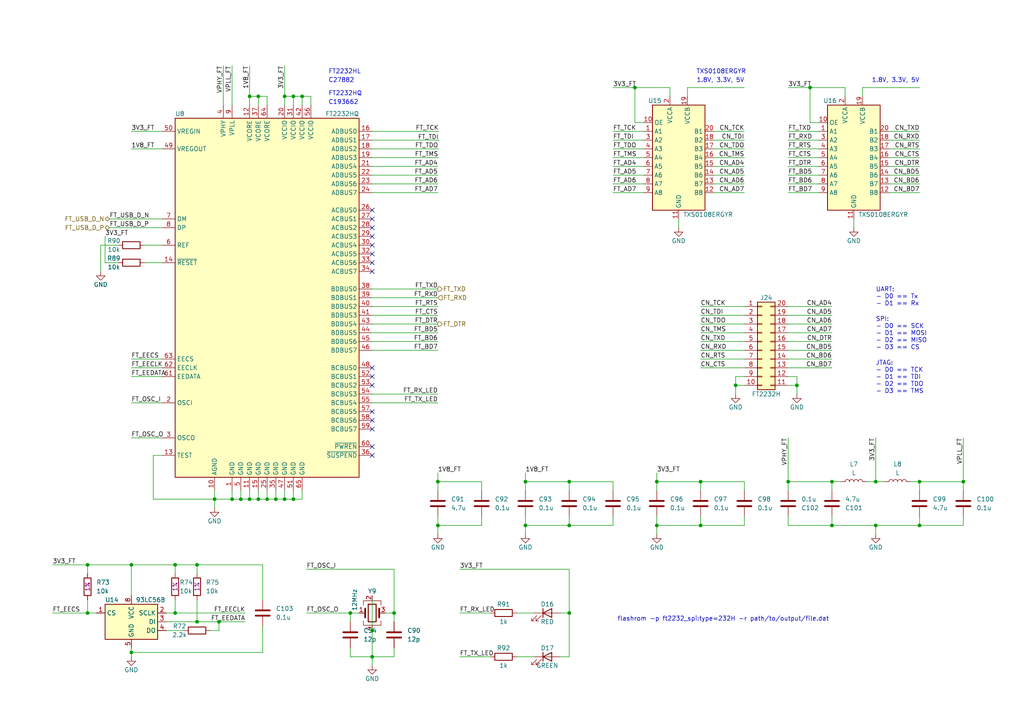
<source format=kicad_sch>
(kicad_sch (version 20230121) (generator eeschema)
  (paper "A4")
  (lib_symbols
    (symbol "Connector_Generic:Conn_02x10_Counter_Clockwise" (pin_names (offset 1.016) hide)
      (property "Reference" "J" (at 1.27 12.7 0))
      (property "Value" "Conn_02x10_Counter_Clockwise" (at 1.27 -15.24 0))
      (symbol "Conn_02x10_Counter_Clockwise_1_1"
        (rectangle (start -1.27 -12.573) (end 0 -12.827) (stroke (width 0.1524)))
        (rectangle (start -1.27 -10.033) (end 0 -10.287) (stroke (width 0.1524)))
        (rectangle (start -1.27 -7.493) (end 0 -7.747) (stroke (width 0.1524)))
        (rectangle (start -1.27 -4.953) (end 0 -5.207) (stroke (width 0.1524)))
        (rectangle (start -1.27 -2.413) (end 0 -2.667) (stroke (width 0.1524)))
        (rectangle (start -1.27 0.127) (end 0 -0.127) (stroke (width 0.1524)))
        (rectangle (start -1.27 2.667) (end 0 2.413) (stroke (width 0.1524)))
        (rectangle (start -1.27 5.207) (end 0 4.953) (stroke (width 0.1524)))
        (rectangle (start -1.27 7.747) (end 0 7.493) (stroke (width 0.1524)))
        (rectangle (start -1.27 10.287) (end 0 10.033) (stroke (width 0.1524)))
        (rectangle (start -1.27 11.43) (end 3.81 -13.97) (stroke (width 0.254)) (fill (type background)))
        (rectangle (start 3.81 -12.573) (end 2.54 -12.827) (stroke (width 0.1524)))
        (rectangle (start 3.81 -10.033) (end 2.54 -10.287) (stroke (width 0.1524)))
        (rectangle (start 3.81 -7.493) (end 2.54 -7.747) (stroke (width 0.1524)))
        (rectangle (start 3.81 -4.953) (end 2.54 -5.207) (stroke (width 0.1524)))
        (rectangle (start 3.81 -2.413) (end 2.54 -2.667) (stroke (width 0.1524)))
        (rectangle (start 3.81 0.127) (end 2.54 -0.127) (stroke (width 0.1524)))
        (rectangle (start 3.81 2.667) (end 2.54 2.413) (stroke (width 0.1524)))
        (rectangle (start 3.81 5.207) (end 2.54 4.953) (stroke (width 0.1524)))
        (rectangle (start 3.81 7.747) (end 2.54 7.493) (stroke (width 0.1524)))
        (rectangle (start 3.81 10.287) (end 2.54 10.033) (stroke (width 0.1524)))
        (pin passive line (at -5.08 10.16 0) (length 3.81) (name "Pin_1") (number "1"))
        (pin passive line (at -5.08 -12.7 0) (length 3.81) (name "Pin_10") (number "10"))
        (pin passive line (at 7.62 -12.7 180) (length 3.81) (name "Pin_11") (number "11"))
        (pin passive line (at 7.62 -10.16 180) (length 3.81) (name "Pin_12") (number "12"))
        (pin passive line (at 7.62 -7.62 180) (length 3.81) (name "Pin_13") (number "13"))
        (pin passive line (at 7.62 -5.08 180) (length 3.81) (name "Pin_14") (number "14"))
        (pin passive line (at 7.62 -2.54 180) (length 3.81) (name "Pin_15") (number "15"))
        (pin passive line (at 7.62 0 180) (length 3.81) (name "Pin_16") (number "16"))
        (pin passive line (at 7.62 2.54 180) (length 3.81) (name "Pin_17") (number "17"))
        (pin passive line (at 7.62 5.08 180) (length 3.81) (name "Pin_18") (number "18"))
        (pin passive line (at 7.62 7.62 180) (length 3.81) (name "Pin_19") (number "19"))
        (pin passive line (at -5.08 7.62 0) (length 3.81) (name "Pin_2") (number "2"))
        (pin passive line (at 7.62 10.16 180) (length 3.81) (name "Pin_20") (number "20"))
        (pin passive line (at -5.08 5.08 0) (length 3.81) (name "Pin_3") (number "3"))
        (pin passive line (at -5.08 2.54 0) (length 3.81) (name "Pin_4") (number "4"))
        (pin passive line (at -5.08 0 0) (length 3.81) (name "Pin_5") (number "5"))
        (pin passive line (at -5.08 -2.54 0) (length 3.81) (name "Pin_6") (number "6"))
        (pin passive line (at -5.08 -5.08 0) (length 3.81) (name "Pin_7") (number "7"))
        (pin passive line (at -5.08 -7.62 0) (length 3.81) (name "Pin_8") (number "8"))
        (pin passive line (at -5.08 -10.16 0) (length 3.81) (name "Pin_9") (number "9"))
      )
    )
    (symbol "Device:C" (pin_numbers hide) (pin_names (offset 0.254))
      (property "Reference" "C" (at 0.635 2.54 0))
      (property "Value" "C" (at 0.635 -2.54 0))
      (symbol "C_0_1"
        (polyline (pts (xy -2.032 -0.762) (xy 2.032 -0.762)) (stroke (width 0.508)))
        (polyline (pts (xy -2.032 0.762) (xy 2.032 0.762)) (stroke (width 0.508)))
      )
      (symbol "C_1_1"
        (pin passive line (at 0 3.81 270) (length 2.794) (name "~") (number "1"))
        (pin passive line (at 0 -3.81 90) (length 2.794) (name "~") (number "2"))
      )
    )
    (symbol "Device:Crystal_GND24" (pin_names (offset 1.016) hide)
      (property "Reference" "Y" (at 3.175 5.08 0))
      (property "Value" "Crystal_GND24" (at 3.175 3.175 0))
      (symbol "Crystal_GND24_0_1"
        (rectangle (start -1.143 2.54) (end 1.143 -2.54) (stroke (width 0.3048)))
        (polyline (pts (xy -2.54 0) (xy -2.032 0)))
        (polyline (pts (xy -2.032 -1.27) (xy -2.032 1.27)) (stroke (width 0.508)))
        (polyline (pts (xy 0 -3.81) (xy 0 -3.556)))
        (polyline (pts (xy 0 3.556) (xy 0 3.81)))
        (polyline (pts (xy 2.032 -1.27) (xy 2.032 1.27)) (stroke (width 0.508)))
        (polyline (pts (xy 2.032 0) (xy 2.54 0)))
        (polyline (pts (xy -2.54 -2.286) (xy -2.54 -3.556) (xy 2.54 -3.556) (xy 2.54 -2.286)))
        (polyline (pts (xy -2.54 2.286) (xy -2.54 3.556) (xy 2.54 3.556) (xy 2.54 2.286)))
      )
      (symbol "Crystal_GND24_1_1"
        (pin passive line (at -3.81 0 0) (length 1.27) (name "1") (number "1"))
        (pin passive line (at 0 5.08 270) (length 1.27) (name "2") (number "2"))
        (pin passive line (at 3.81 0 180) (length 1.27) (name "3") (number "3"))
        (pin passive line (at 0 -5.08 90) (length 1.27) (name "4") (number "4"))
      )
    )
    (symbol "Device:L" (pin_numbers hide) (pin_names (offset 1.016) hide)
      (property "Reference" "L" (at -1.27 0 90))
      (property "Value" "L" (at 1.905 0 90))
      (symbol "L_0_1"
        (arc (start 0 -2.54) (mid 0.6323 -1.905) (end 0 -1.27))
        (arc (start 0 -1.27) (mid 0.6323 -0.635) (end 0 0))
        (arc (start 0 0) (mid 0.6323 0.635) (end 0 1.27))
        (arc (start 0 1.27) (mid 0.6323 1.905) (end 0 2.54))
      )
      (symbol "L_1_1"
        (pin passive line (at 0 3.81 270) (length 1.27) (name "1") (number "1"))
        (pin passive line (at 0 -3.81 90) (length 1.27) (name "2") (number "2"))
      )
    )
    (symbol "Device:LED" (pin_numbers hide) (pin_names (offset 1.016) hide)
      (property "Reference" "D" (at 0 2.54 0))
      (property "Value" "LED" (at 0 -2.54 0))
      (symbol "LED_0_1"
        (polyline (pts (xy -1.27 -1.27) (xy -1.27 1.27)) (stroke (width 0.254)))
        (polyline (pts (xy -1.27 0) (xy 1.27 0)))
        (polyline (pts (xy 1.27 -1.27) (xy 1.27 1.27) (xy -1.27 0) (xy 1.27 -1.27)) (stroke (width 0.254)))
        (polyline (pts (xy -3.048 -0.762) (xy -4.572 -2.286) (xy -3.81 -2.286) (xy -4.572 -2.286) (xy -4.572 -1.524)))
        (polyline (pts (xy -1.778 -0.762) (xy -3.302 -2.286) (xy -2.54 -2.286) (xy -3.302 -2.286) (xy -3.302 -1.524)))
      )
      (symbol "LED_1_1"
        (pin passive line (at -3.81 0 0) (length 2.54) (name "K") (number "1"))
        (pin passive line (at 3.81 0 180) (length 2.54) (name "A") (number "2"))
      )
    )
    (symbol "Device:R" (pin_numbers hide) (pin_names (offset 0))
      (property "Reference" "R" (at 2.032 0 90))
      (property "Value" "R" (at 0 0 90))
      (symbol "R_0_1"
        (rectangle (start -1.016 -2.54) (end 1.016 2.54) (stroke (width 0.254)))
      )
      (symbol "R_1_1"
        (pin passive line (at 0 3.81 270) (length 1.27) (name "~") (number "1"))
        (pin passive line (at 0 -3.81 90) (length 1.27) (name "~") (number "2"))
      )
    )
    (symbol "GND_1" (power) (pin_names (offset 0))
      (property "Value" "GND_1" (at 0 -3.81 0))
      (symbol "GND_1_0_1"
        (polyline (pts (xy 0 0) (xy 0 -1.27) (xy 1.27 -1.27) (xy 0 -2.54) (xy -1.27 -1.27) (xy 0 -1.27)))
      )
      (symbol "GND_1_1_1"
        (pin power_in line (at 0 0 270) (length 0) hide (name "GND") (number "1"))
      )
    )
    (symbol "GND_2" (power) (pin_names (offset 0))
      (property "Value" "GND_2" (at 0 -3.81 0))
      (symbol "GND_2_0_1"
        (polyline (pts (xy 0 0) (xy 0 -1.27) (xy 1.27 -1.27) (xy 0 -2.54) (xy -1.27 -1.27) (xy 0 -1.27)))
      )
      (symbol "GND_2_1_1"
        (pin power_in line (at 0 0 270) (length 0) hide (name "GND") (number "1"))
      )
    )
    (symbol "Interface_USB:FT2232HQ"
      (property "Reference" "U" (at -26.67 53.34 0))
      (property "Value" "FT2232HQ" (at 19.05 53.34 0))
      (symbol "FT2232HQ_0_1"
        (rectangle (start -26.67 -52.07) (end 26.67 52.07) (stroke (width 0.254)) (fill (type background)))
      )
      (symbol "FT2232HQ_1_1"
        (pin power_in line (at -10.16 -55.88 90) (length 3.81) (name "GND") (number "1"))
        (pin power_in line (at -15.24 -55.88 90) (length 3.81) (name "AGND") (number "10"))
        (pin power_in line (at -5.08 -55.88 90) (length 3.81) (name "GND") (number "11"))
        (pin power_in line (at -5.08 55.88 270) (length 3.81) (name "VCORE") (number "12"))
        (pin input line (at -30.48 -45.72 0) (length 3.81) (name "TEST") (number "13"))
        (pin input line (at -30.48 10.16 0) (length 3.81) (name "~{RESET}") (number "14"))
        (pin power_in line (at -2.54 -55.88 90) (length 3.81) (name "GND") (number "15"))
        (pin bidirectional line (at 30.48 48.26 180) (length 3.81) (name "ADBUS0") (number "16"))
        (pin bidirectional line (at 30.48 45.72 180) (length 3.81) (name "ADBUS1") (number "17"))
        (pin bidirectional line (at 30.48 43.18 180) (length 3.81) (name "ADBUS2") (number "18"))
        (pin bidirectional line (at 30.48 40.64 180) (length 3.81) (name "ADBUS3") (number "19"))
        (pin input line (at -30.48 -30.48 0) (length 3.81) (name "OSCI") (number "2"))
        (pin power_in line (at 5.08 55.88 270) (length 3.81) (name "VCCIO") (number "20"))
        (pin bidirectional line (at 30.48 38.1 180) (length 3.81) (name "ADBUS4") (number "21"))
        (pin bidirectional line (at 30.48 35.56 180) (length 3.81) (name "ADBUS5") (number "22"))
        (pin bidirectional line (at 30.48 33.02 180) (length 3.81) (name "ADBUS6") (number "23"))
        (pin bidirectional line (at 30.48 30.48 180) (length 3.81) (name "ADBUS7") (number "24"))
        (pin power_in line (at 0 -55.88 90) (length 3.81) (name "GND") (number "25"))
        (pin bidirectional line (at 30.48 25.4 180) (length 3.81) (name "ACBUS0") (number "26"))
        (pin bidirectional line (at 30.48 22.86 180) (length 3.81) (name "ACBUS1") (number "27"))
        (pin bidirectional line (at 30.48 20.32 180) (length 3.81) (name "ACBUS2") (number "28"))
        (pin bidirectional line (at 30.48 17.78 180) (length 3.81) (name "ACBUS3") (number "29"))
        (pin output line (at -30.48 -40.64 0) (length 3.81) (name "OSCO") (number "3"))
        (pin bidirectional line (at 30.48 15.24 180) (length 3.81) (name "ACBUS4") (number "30"))
        (pin power_in line (at 7.62 55.88 270) (length 3.81) (name "VCCIO") (number "31"))
        (pin bidirectional line (at 30.48 12.7 180) (length 3.81) (name "ACBUS5") (number "32"))
        (pin bidirectional line (at 30.48 10.16 180) (length 3.81) (name "ACBUS6") (number "33"))
        (pin bidirectional line (at 30.48 7.62 180) (length 3.81) (name "ACBUS7") (number "34"))
        (pin power_in line (at 2.54 -55.88 90) (length 3.81) (name "GND") (number "35"))
        (pin output line (at 30.48 -45.72 180) (length 3.81) (name "~{SUSPEND}") (number "36"))
        (pin power_in line (at -2.54 55.88 270) (length 3.81) (name "VCORE") (number "37"))
        (pin bidirectional line (at 30.48 2.54 180) (length 3.81) (name "BDBUS0") (number "38"))
        (pin bidirectional line (at 30.48 0 180) (length 3.81) (name "BDBUS1") (number "39"))
        (pin power_in line (at -12.7 55.88 270) (length 3.81) (name "VPHY") (number "4"))
        (pin bidirectional line (at 30.48 -2.54 180) (length 3.81) (name "BDBUS2") (number "40"))
        (pin bidirectional line (at 30.48 -5.08 180) (length 3.81) (name "BDBUS3") (number "41"))
        (pin power_in line (at 10.16 55.88 270) (length 3.81) (name "VCCIO") (number "42"))
        (pin bidirectional line (at 30.48 -7.62 180) (length 3.81) (name "BDBUS4") (number "43"))
        (pin bidirectional line (at 30.48 -10.16 180) (length 3.81) (name "BDBUS5") (number "44"))
        (pin bidirectional line (at 30.48 -12.7 180) (length 3.81) (name "BDBUS6") (number "45"))
        (pin bidirectional line (at 30.48 -15.24 180) (length 3.81) (name "BDBUS7") (number "46"))
        (pin power_in line (at 5.08 -55.88 90) (length 3.81) (name "GND") (number "47"))
        (pin bidirectional line (at 30.48 -20.32 180) (length 3.81) (name "BCBUS0") (number "48"))
        (pin power_out line (at -30.48 43.18 0) (length 3.81) (name "VREGOUT") (number "49"))
        (pin power_in line (at -7.62 -55.88 90) (length 3.81) (name "GND") (number "5"))
        (pin power_in line (at -30.48 48.26 0) (length 3.81) (name "VREGIN") (number "50"))
        (pin power_in line (at 7.62 -55.88 90) (length 3.81) (name "GND") (number "51"))
        (pin bidirectional line (at 30.48 -22.86 180) (length 3.81) (name "BCBUS1") (number "52"))
        (pin bidirectional line (at 30.48 -25.4 180) (length 3.81) (name "BCBUS2") (number "53"))
        (pin bidirectional line (at 30.48 -27.94 180) (length 3.81) (name "BCBUS3") (number "54"))
        (pin bidirectional line (at 30.48 -30.48 180) (length 3.81) (name "BCBUS4") (number "55"))
        (pin power_in line (at 12.7 55.88 270) (length 3.81) (name "VCCIO") (number "56"))
        (pin bidirectional line (at 30.48 -33.02 180) (length 3.81) (name "BCBUS5") (number "57"))
        (pin bidirectional line (at 30.48 -35.56 180) (length 3.81) (name "BCBUS6") (number "58"))
        (pin bidirectional line (at 30.48 -38.1 180) (length 3.81) (name "BCBUS7") (number "59"))
        (pin output line (at -30.48 15.24 0) (length 3.81) (name "REF") (number "6"))
        (pin output line (at 30.48 -43.18 180) (length 3.81) (name "~{PWREN}") (number "60"))
        (pin bidirectional line (at -30.48 -22.86 0) (length 3.81) (name "EEDATA") (number "61"))
        (pin output line (at -30.48 -20.32 0) (length 3.81) (name "EECLK") (number "62"))
        (pin output line (at -30.48 -17.78 0) (length 3.81) (name "EECS") (number "63"))
        (pin power_in line (at 0 55.88 270) (length 3.81) (name "VCORE") (number "64"))
        (pin power_in line (at 10.16 -55.88 90) (length 3.81) (name "GND") (number "65"))
        (pin bidirectional line (at -30.48 22.86 0) (length 3.81) (name "DM") (number "7"))
        (pin bidirectional line (at -30.48 20.32 0) (length 3.81) (name "DP") (number "8"))
        (pin input line (at -10.16 55.88 270) (length 3.81) (name "VPLL") (number "9"))
      )
    )
    (symbol "Logic_LevelTranslator:TXS0108EPW"
      (property "Reference" "U" (at -6.35 16.51 0))
      (property "Value" "TXS0108EPW" (at 3.81 16.51 0))
      (symbol "TXS0108EPW_0_1"
        (rectangle (start -7.62 15.24) (end 7.62 -15.24) (stroke (width 0.254)) (fill (type background)))
      )
      (symbol "TXS0108EPW_1_1"
        (pin bidirectional line (at -10.16 7.62 0) (length 2.54) (name "A1") (number "1"))
        (pin input line (at -10.16 10.16 0) (length 2.54) (name "OE") (number "10"))
        (pin power_in line (at 0 -17.78 90) (length 2.54) (name "GND") (number "11"))
        (pin bidirectional line (at 10.16 -10.16 180) (length 2.54) (name "B8") (number "12"))
        (pin bidirectional line (at 10.16 -7.62 180) (length 2.54) (name "B7") (number "13"))
        (pin bidirectional line (at 10.16 -5.08 180) (length 2.54) (name "B6") (number "14"))
        (pin bidirectional line (at 10.16 -2.54 180) (length 2.54) (name "B5") (number "15"))
        (pin bidirectional line (at 10.16 0 180) (length 2.54) (name "B4") (number "16"))
        (pin bidirectional line (at 10.16 2.54 180) (length 2.54) (name "B3") (number "17"))
        (pin bidirectional line (at 10.16 5.08 180) (length 2.54) (name "B2") (number "18"))
        (pin power_in line (at 2.54 17.78 270) (length 2.54) (name "VCCB") (number "19"))
        (pin power_in line (at -2.54 17.78 270) (length 2.54) (name "VCCA") (number "2"))
        (pin bidirectional line (at 10.16 7.62 180) (length 2.54) (name "B1") (number "20"))
        (pin bidirectional line (at -10.16 5.08 0) (length 2.54) (name "A2") (number "3"))
        (pin bidirectional line (at -10.16 2.54 0) (length 2.54) (name "A3") (number "4"))
        (pin bidirectional line (at -10.16 0 0) (length 2.54) (name "A4") (number "5"))
        (pin bidirectional line (at -10.16 -2.54 0) (length 2.54) (name "A5") (number "6"))
        (pin bidirectional line (at -10.16 -5.08 0) (length 2.54) (name "A6") (number "7"))
        (pin bidirectional line (at -10.16 -7.62 0) (length 2.54) (name "A7") (number "8"))
        (pin bidirectional line (at -10.16 -10.16 0) (length 2.54) (name "A8") (number "9"))
      )
    )
    (symbol "Memory_EEPROM:93LCxxB"
      (property "Reference" "U" (at -7.62 6.35 0))
      (property "Value" "93LCxxB" (at 2.54 -6.35 0))
      (symbol "93LCxxB_1_1"
        (rectangle (start -7.62 5.08) (end 7.62 -5.08) (stroke (width 0.254)) (fill (type background)))
        (pin input line (at -10.16 2.54 0) (length 2.54) (name "CS") (number "1"))
        (pin input line (at 10.16 2.54 180) (length 2.54) (name "SCLK") (number "2"))
        (pin input line (at 10.16 0 180) (length 2.54) (name "DI") (number "3"))
        (pin tri_state line (at 10.16 -2.54 180) (length 2.54) (name "DO") (number "4"))
        (pin power_in line (at 0 -7.62 90) (length 2.54) (name "GND") (number "5"))
        (pin no_connect line (at -7.62 0 0) (length 2.54) hide (name "NC") (number "6"))
        (pin no_connect line (at -7.62 -2.54 0) (length 2.54) hide (name "NC") (number "7"))
        (pin power_in line (at 0 7.62 270) (length 2.54) (name "VCC") (number "8"))
      )
    )
  )
  (junction (at 57.15 163.83))
  (junction (at 107.95 190.5))
  (junction (at 87.63 27.94))
  (junction (at 85.09 27.94))
  (junction (at 114.3 177.8))
  (junction (at 165.1 152.4))
  (junction (at 190.5 139.7))
  (junction (at 72.39 27.94))
  (junction (at 231.14 111.76))
  (junction (at 127 152.4))
  (junction (at 254 139.7))
  (junction (at 101.6 177.8))
  (junction (at 107.95 182.88))
  (junction (at 254 152.4))
  (junction (at 62.23 144.78))
  (junction (at 74.93 144.78))
  (junction (at 127 139.7))
  (junction (at 82.55 27.94))
  (junction (at 184.15 25.4))
  (junction (at 203.2 152.4))
  (junction (at 234.95 25.4))
  (junction (at 25.4 177.8))
  (junction (at 228.6 139.7))
  (junction (at 38.1 189.23))
  (junction (at 152.4 152.4))
  (junction (at 80.01 144.78))
  (junction (at 25.4 163.83))
  (junction (at 72.39 144.78))
  (junction (at 213.36 111.76))
  (junction (at 165.1 177.8))
  (junction (at 279.4 139.7))
  (junction (at 266.7 139.7))
  (junction (at 152.4 139.7))
  (junction (at 69.85 144.78))
  (junction (at 67.31 144.78))
  (junction (at 38.1 163.83))
  (junction (at 77.47 144.78))
  (junction (at 266.7 152.4))
  (junction (at 190.5 152.4))
  (junction (at 241.3 152.4))
  (junction (at 165.1 139.7))
  (junction (at 50.8 177.8))
  (junction (at 85.09 144.78))
  (junction (at 74.93 27.94))
  (junction (at 82.55 144.78))
  (junction (at 57.15 180.34))
  (junction (at 63.5 180.34))
  (junction (at 203.2 139.7))
  (junction (at 241.3 139.7))
  (junction (at 50.8 163.83))
  (no_connect (at 107.95 71.12))
  (no_connect (at 107.95 60.96))
  (no_connect (at 107.95 132.08))
  (no_connect (at 107.95 76.2))
  (no_connect (at 107.95 63.5))
  (no_connect (at 107.95 78.74))
  (no_connect (at 107.95 109.22))
  (no_connect (at 107.95 106.68))
  (no_connect (at 107.95 111.76))
  (no_connect (at 107.95 124.46))
  (no_connect (at 107.95 119.38))
  (no_connect (at 107.95 121.92))
  (no_connect (at 107.95 68.58))
  (no_connect (at 107.95 73.66))
  (no_connect (at 107.95 66.04))
  (no_connect (at 107.95 129.54))
  (wire (pts (xy 203.2 106.68) (xy 215.9 106.68)))
  (wire (pts (xy 177.8 55.88) (xy 186.69 55.88)))
  (wire (pts (xy 237.49 40.64) (xy 228.6 40.64)))
  (wire (pts (xy 87.63 27.94) (xy 90.17 27.94)))
  (wire (pts (xy 177.8 48.26) (xy 186.69 48.26)))
  (wire (pts (xy 85.09 144.78) (xy 82.55 144.78)))
  (wire (pts (xy 87.63 27.94) (xy 87.63 30.48)))
  (wire (pts (xy 234.95 25.4) (xy 245.11 25.4)))
  (wire (pts (xy 228.6 104.14) (xy 241.3 104.14)))
  (wire (pts (xy 38.1 38.1) (xy 46.99 38.1)))
  (wire (pts (xy 77.47 142.24) (xy 77.47 144.78)))
  (wire (pts (xy 257.81 53.34) (xy 266.7 53.34)))
  (wire (pts (xy 213.36 109.22) (xy 213.36 111.76)))
  (wire (pts (xy 152.4 139.7) (xy 152.4 142.24)))
  (wire (pts (xy 177.8 43.18) (xy 186.69 43.18)))
  (wire (pts (xy 107.95 50.8) (xy 127 50.8)))
  (wire (pts (xy 88.9 165.1) (xy 114.3 165.1)))
  (wire (pts (xy 257.81 38.1) (xy 266.7 38.1)))
  (wire (pts (xy 207.01 53.34) (xy 215.9 53.34)))
  (wire (pts (xy 38.1 187.96) (xy 38.1 189.23)))
  (wire (pts (xy 254 127) (xy 254 139.7)))
  (wire (pts (xy 279.4 127) (xy 279.4 139.7)))
  (wire (pts (xy 107.95 48.26) (xy 127 48.26)))
  (wire (pts (xy 133.35 190.5) (xy 142.24 190.5)))
  (wire (pts (xy 107.95 86.36) (xy 127 86.36)))
  (wire (pts (xy 41.91 76.2) (xy 46.99 76.2)))
  (wire (pts (xy 257.81 50.8) (xy 266.7 50.8)))
  (wire (pts (xy 127.254 40.64) (xy 127.254 40.767)))
  (wire (pts (xy 237.49 38.1) (xy 228.6 38.1)))
  (wire (pts (xy 203.2 139.7) (xy 203.2 142.24)))
  (wire (pts (xy 101.6 177.8) (xy 104.14 177.8)))
  (wire (pts (xy 62.23 144.78) (xy 62.23 147.32)))
  (wire (pts (xy 82.55 144.78) (xy 80.01 144.78)))
  (wire (pts (xy 251.46 139.7) (xy 254 139.7)))
  (wire (pts (xy 63.5 180.34) (xy 71.12 180.34)))
  (wire (pts (xy 74.93 142.24) (xy 74.93 144.78)))
  (wire (pts (xy 101.6 190.5) (xy 107.95 190.5)))
  (wire (pts (xy 165.1 139.7) (xy 165.1 142.24)))
  (wire (pts (xy 107.95 55.88) (xy 127 55.88)))
  (wire (pts (xy 228.6 93.98) (xy 241.3 93.98)))
  (wire (pts (xy 257.81 45.72) (xy 266.7 45.72)))
  (wire (pts (xy 76.2 163.83) (xy 57.15 163.83)))
  (wire (pts (xy 85.09 27.94) (xy 85.09 30.48)))
  (wire (pts (xy 215.9 142.24) (xy 215.9 139.7)))
  (wire (pts (xy 76.2 163.83) (xy 76.2 173.99)))
  (wire (pts (xy 60.96 182.88) (xy 63.5 182.88)))
  (wire (pts (xy 127 142.24) (xy 127 139.7)))
  (wire (pts (xy 152.4 152.4) (xy 152.4 154.94)))
  (wire (pts (xy 57.15 173.99) (xy 57.15 180.34)))
  (wire (pts (xy 152.4 139.7) (xy 165.1 139.7)))
  (wire (pts (xy 152.4 152.4) (xy 152.4 149.86)))
  (wire (pts (xy 266.7 139.7) (xy 264.16 139.7)))
  (wire (pts (xy 228.6 106.68) (xy 241.3 106.68)))
  (wire (pts (xy 133.35 165.1) (xy 165.1 165.1)))
  (wire (pts (xy 241.3 152.4) (xy 254 152.4)))
  (wire (pts (xy 25.4 177.8) (xy 27.94 177.8)))
  (wire (pts (xy 254 152.4) (xy 266.7 152.4)))
  (wire (pts (xy 177.8 50.8) (xy 186.69 50.8)))
  (wire (pts (xy 213.36 109.22) (xy 215.9 109.22)))
  (wire (pts (xy 177.8 38.1) (xy 186.69 38.1)))
  (wire (pts (xy 237.49 50.8) (xy 228.6 50.8)))
  (wire (pts (xy 85.09 27.94) (xy 87.63 27.94)))
  (wire (pts (xy 107.95 96.52) (xy 127 96.52)))
  (wire (pts (xy 107.95 40.64) (xy 127.254 40.64)))
  (wire (pts (xy 203.2 96.52) (xy 215.9 96.52)))
  (wire (pts (xy 69.85 142.24) (xy 69.85 144.78)))
  (wire (pts (xy 177.8 149.86) (xy 177.8 152.4)))
  (wire (pts (xy 31.75 63.5) (xy 46.99 63.5)))
  (wire (pts (xy 177.8 152.4) (xy 165.1 152.4)))
  (wire (pts (xy 207.01 45.72) (xy 215.9 45.72)))
  (wire (pts (xy 250.19 25.4) (xy 266.7 25.4)))
  (wire (pts (xy 228.6 127) (xy 228.6 139.7)))
  (wire (pts (xy 107.95 190.5) (xy 107.95 193.04)))
  (wire (pts (xy 237.49 45.72) (xy 228.6 45.72)))
  (wire (pts (xy 165.1 177.8) (xy 165.1 165.1)))
  (wire (pts (xy 257.81 43.18) (xy 266.7 43.18)))
  (wire (pts (xy 234.95 35.56) (xy 237.49 35.56)))
  (wire (pts (xy 207.01 55.88) (xy 215.9 55.88)))
  (wire (pts (xy 50.8 177.8) (xy 50.8 173.99)))
  (wire (pts (xy 279.4 139.7) (xy 266.7 139.7)))
  (wire (pts (xy 247.65 63.5) (xy 247.65 66.04)))
  (wire (pts (xy 203.2 93.98) (xy 215.9 93.98)))
  (wire (pts (xy 48.26 180.34) (xy 57.15 180.34)))
  (wire (pts (xy 203.2 104.14) (xy 215.9 104.14)))
  (wire (pts (xy 38.1 43.18) (xy 46.99 43.18)))
  (wire (pts (xy 228.6 25.4) (xy 234.95 25.4)))
  (wire (pts (xy 44.45 144.78) (xy 62.23 144.78)))
  (wire (pts (xy 87.63 142.24) (xy 87.63 144.78)))
  (wire (pts (xy 74.93 27.94) (xy 72.39 27.94)))
  (wire (pts (xy 228.6 152.4) (xy 241.3 152.4)))
  (wire (pts (xy 101.6 187.96) (xy 101.6 190.5)))
  (wire (pts (xy 241.3 149.86) (xy 241.3 152.4)))
  (wire (pts (xy 237.49 53.34) (xy 228.6 53.34)))
  (wire (pts (xy 228.6 101.6) (xy 241.3 101.6)))
  (wire (pts (xy 237.49 48.26) (xy 228.6 48.26)))
  (wire (pts (xy 107.95 114.3) (xy 127 114.3)))
  (wire (pts (xy 72.39 19.05) (xy 72.39 27.94)))
  (wire (pts (xy 190.5 137.16) (xy 190.5 139.7)))
  (wire (pts (xy 107.95 182.88) (xy 107.95 190.5)))
  (wire (pts (xy 149.86 177.8) (xy 154.94 177.8)))
  (wire (pts (xy 177.8 40.64) (xy 186.69 40.64)))
  (wire (pts (xy 165.1 149.86) (xy 165.1 152.4)))
  (wire (pts (xy 107.95 88.9) (xy 127 88.9)))
  (wire (pts (xy 228.6 142.24) (xy 228.6 139.7)))
  (wire (pts (xy 72.39 142.24) (xy 72.39 144.78)))
  (wire (pts (xy 62.23 142.24) (xy 62.23 144.78)))
  (wire (pts (xy 25.4 163.83) (xy 38.1 163.83)))
  (wire (pts (xy 162.56 190.5) (xy 165.1 190.5)))
  (wire (pts (xy 184.15 35.56) (xy 186.69 35.56)))
  (wire (pts (xy 196.85 63.5) (xy 196.85 66.04)))
  (wire (pts (xy 234.95 25.4) (xy 234.95 35.56)))
  (wire (pts (xy 133.35 177.8) (xy 142.24 177.8)))
  (wire (pts (xy 165.1 177.8) (xy 165.1 190.5)))
  (wire (pts (xy 114.3 177.8) (xy 114.3 180.34)))
  (wire (pts (xy 107.95 99.06) (xy 127 99.06)))
  (wire (pts (xy 74.93 30.48) (xy 74.93 27.94)))
  (wire (pts (xy 114.3 187.96) (xy 114.3 190.5)))
  (wire (pts (xy 139.7 139.7) (xy 139.7 142.24)))
  (wire (pts (xy 254 139.7) (xy 256.54 139.7)))
  (wire (pts (xy 213.36 111.76) (xy 215.9 111.76)))
  (wire (pts (xy 257.81 55.88) (xy 266.7 55.88)))
  (wire (pts (xy 111.76 177.8) (xy 114.3 177.8)))
  (wire (pts (xy 207.01 38.1) (xy 215.9 38.1)))
  (wire (pts (xy 25.4 173.99) (xy 25.4 177.8)))
  (wire (pts (xy 107.95 45.72) (xy 127.127 45.72)))
  (wire (pts (xy 190.5 139.7) (xy 190.5 142.24)))
  (wire (pts (xy 29.21 71.12) (xy 29.21 78.74)))
  (wire (pts (xy 279.4 142.24) (xy 279.4 139.7)))
  (wire (pts (xy 76.2 189.23) (xy 38.1 189.23)))
  (wire (pts (xy 231.14 111.76) (xy 231.14 114.3)))
  (wire (pts (xy 190.5 152.4) (xy 190.5 154.94)))
  (wire (pts (xy 254 152.4) (xy 254 154.94)))
  (wire (pts (xy 107.95 43.18) (xy 127.127 43.18)))
  (wire (pts (xy 107.95 53.34) (xy 127 53.34)))
  (wire (pts (xy 50.8 163.83) (xy 57.15 163.83)))
  (wire (pts (xy 107.95 91.44) (xy 127 91.44)))
  (wire (pts (xy 107.95 116.84) (xy 127 116.84)))
  (wire (pts (xy 149.86 190.5) (xy 154.94 190.5)))
  (wire (pts (xy 228.6 111.76) (xy 231.14 111.76)))
  (wire (pts (xy 231.14 109.22) (xy 231.14 111.76)))
  (wire (pts (xy 266.7 152.4) (xy 279.4 152.4)))
  (wire (pts (xy 74.93 27.94) (xy 77.47 27.94)))
  (wire (pts (xy 107.95 101.6) (xy 127 101.6)))
  (wire (pts (xy 215.9 149.86) (xy 215.9 152.4)))
  (wire (pts (xy 152.4 137.16) (xy 152.4 139.7)))
  (wire (pts (xy 31.75 66.04) (xy 46.99 66.04)))
  (wire (pts (xy 69.85 144.78) (xy 67.31 144.78)))
  (wire (pts (xy 107.95 38.1) (xy 127.254 38.1)))
  (wire (pts (xy 82.55 19.05) (xy 82.55 27.94)))
  (wire (pts (xy 165.1 152.4) (xy 152.4 152.4)))
  (wire (pts (xy 77.47 144.78) (xy 74.93 144.78)))
  (wire (pts (xy 228.6 96.52) (xy 241.3 96.52)))
  (wire (pts (xy 184.15 25.4) (xy 184.15 35.56)))
  (wire (pts (xy 107.95 83.82) (xy 127 83.82)))
  (wire (pts (xy 38.1 104.14) (xy 46.99 104.14)))
  (wire (pts (xy 215.9 152.4) (xy 203.2 152.4)))
  (wire (pts (xy 194.31 27.94) (xy 194.31 25.4)))
  (wire (pts (xy 237.49 43.18) (xy 228.6 43.18)))
  (wire (pts (xy 44.45 132.08) (xy 44.45 144.78)))
  (wire (pts (xy 213.36 111.76) (xy 213.36 114.3)))
  (wire (pts (xy 15.24 163.83) (xy 25.4 163.83)))
  (wire (pts (xy 114.3 177.8) (xy 114.3 165.1)))
  (wire (pts (xy 266.7 142.24) (xy 266.7 139.7)))
  (wire (pts (xy 85.09 142.24) (xy 85.09 144.78)))
  (wire (pts (xy 177.8 139.7) (xy 165.1 139.7)))
  (wire (pts (xy 162.56 177.8) (xy 165.1 177.8)))
  (wire (pts (xy 34.29 71.12) (xy 29.21 71.12)))
  (wire (pts (xy 72.39 27.94) (xy 72.39 30.48)))
  (wire (pts (xy 67.31 142.24) (xy 67.31 144.78)))
  (wire (pts (xy 82.55 30.48) (xy 82.55 27.94)))
  (wire (pts (xy 15.24 177.8) (xy 25.4 177.8)))
  (wire (pts (xy 72.39 144.78) (xy 69.85 144.78)))
  (wire (pts (xy 48.26 182.88) (xy 53.34 182.88)))
  (wire (pts (xy 38.1 163.83) (xy 50.8 163.83)))
  (wire (pts (xy 46.99 132.08) (xy 44.45 132.08)))
  (wire (pts (xy 82.55 142.24) (xy 82.55 144.78)))
  (wire (pts (xy 127 137.16) (xy 127 139.7)))
  (wire (pts (xy 80.01 144.78) (xy 77.47 144.78)))
  (wire (pts (xy 203.2 91.44) (xy 215.9 91.44)))
  (wire (pts (xy 228.6 149.86) (xy 228.6 152.4)))
  (wire (pts (xy 228.6 139.7) (xy 241.3 139.7)))
  (wire (pts (xy 207.01 50.8) (xy 215.9 50.8)))
  (wire (pts (xy 38.1 163.83) (xy 38.1 172.72)))
  (wire (pts (xy 41.91 71.12) (xy 46.99 71.12)))
  (wire (pts (xy 203.2 88.9) (xy 215.9 88.9)))
  (wire (pts (xy 257.81 40.64) (xy 266.7 40.64)))
  (wire (pts (xy 76.2 181.61) (xy 76.2 189.23)))
  (wire (pts (xy 215.9 139.7) (xy 203.2 139.7)))
  (wire (pts (xy 203.2 152.4) (xy 190.5 152.4)))
  (wire (pts (xy 67.31 144.78) (xy 62.23 144.78)))
  (wire (pts (xy 237.49 55.88) (xy 228.6 55.88)))
  (wire (pts (xy 38.1 189.23) (xy 38.1 190.5)))
  (wire (pts (xy 50.8 177.8) (xy 71.12 177.8)))
  (wire (pts (xy 257.81 48.26) (xy 266.7 48.26)))
  (wire (pts (xy 199.39 25.4) (xy 215.9 25.4)))
  (wire (pts (xy 64.77 19.05) (xy 64.77 30.48)))
  (wire (pts (xy 57.15 163.83) (xy 57.15 166.37)))
  (wire (pts (xy 177.8 45.72) (xy 186.69 45.72)))
  (wire (pts (xy 203.2 99.06) (xy 215.9 99.06)))
  (wire (pts (xy 266.7 149.86) (xy 266.7 152.4)))
  (wire (pts (xy 177.8 142.24) (xy 177.8 139.7)))
  (wire (pts (xy 107.95 172.72) (xy 107.95 182.88)))
  (wire (pts (xy 177.8 53.34) (xy 186.69 53.34)))
  (wire (pts (xy 127 139.7) (xy 139.7 139.7)))
  (wire (pts (xy 90.17 27.94) (xy 90.17 30.48)))
  (wire (pts (xy 241.3 142.24) (xy 241.3 139.7)))
  (wire (pts (xy 80.01 142.24) (xy 80.01 144.78)))
  (wire (pts (xy 101.6 177.8) (xy 101.6 180.34)))
  (wire (pts (xy 127 152.4) (xy 127 154.94)))
  (wire (pts (xy 245.11 27.94) (xy 245.11 25.4)))
  (wire (pts (xy 38.1 109.22) (xy 46.99 109.22)))
  (wire (pts (xy 88.9 177.8) (xy 101.6 177.8)))
  (wire (pts (xy 107.95 93.98) (xy 127 93.98)))
  (wire (pts (xy 190.5 139.7) (xy 203.2 139.7)))
  (wire (pts (xy 177.8 25.4) (xy 184.15 25.4)))
  (wire (pts (xy 82.55 27.94) (xy 85.09 27.94)))
  (wire (pts (xy 228.6 88.9) (xy 241.3 88.9)))
  (wire (pts (xy 30.48 68.58) (xy 30.48 76.2)))
  (wire (pts (xy 127 152.4) (xy 127 149.86)))
  (wire (pts (xy 203.2 101.6) (xy 215.9 101.6)))
  (wire (pts (xy 199.39 27.94) (xy 199.39 25.4)))
  (wire (pts (xy 38.1 116.84) (xy 46.99 116.84)))
  (wire (pts (xy 139.7 152.4) (xy 127 152.4)))
  (wire (pts (xy 50.8 163.83) (xy 50.8 166.37)))
  (wire (pts (xy 207.01 40.64) (xy 215.9 40.64)))
  (wire (pts (xy 38.1 127) (xy 46.99 127)))
  (wire (pts (xy 114.3 190.5) (xy 107.95 190.5)))
  (wire (pts (xy 63.5 182.88) (xy 63.5 180.34)))
  (wire (pts (xy 139.7 149.86) (xy 139.7 152.4)))
  (wire (pts (xy 34.29 76.2) (xy 30.48 76.2)))
  (wire (pts (xy 228.6 91.44) (xy 241.3 91.44)))
  (wire (pts (xy 190.5 152.4) (xy 190.5 149.86)))
  (wire (pts (xy 57.15 180.34) (xy 63.5 180.34)))
  (wire (pts (xy 74.93 144.78) (xy 72.39 144.78)))
  (wire (pts (xy 279.4 152.4) (xy 279.4 149.86)))
  (wire (pts (xy 241.3 139.7) (xy 243.84 139.7)))
  (wire (pts (xy 207.01 43.18) (xy 215.9 43.18)))
  (wire (pts (xy 77.47 30.48) (xy 77.47 27.94)))
  (wire (pts (xy 228.6 99.06) (xy 241.3 99.06)))
  (wire (pts (xy 48.26 177.8) (xy 50.8 177.8)))
  (wire (pts (xy 25.4 166.37) (xy 25.4 163.83)))
  (wire (pts (xy 87.63 144.78) (xy 85.09 144.78)))
  (wire (pts (xy 207.01 48.26) (xy 215.9 48.26)))
  (wire (pts (xy 203.2 149.86) (xy 203.2 152.4)))
  (wire (pts (xy 38.1 106.68) (xy 46.99 106.68)))
  (wire (pts (xy 67.31 19.05) (xy 67.31 30.48)))
  (wire (pts (xy 250.19 27.94) (xy 250.19 25.4)))
  (wire (pts (xy 184.15 25.4) (xy 194.31 25.4)))
  (wire (pts (xy 228.6 109.22) (xy 231.14 109.22)))
  (text "FT2232HQ" (at 95.25 27.94 0) (effects (font (size 1.27 1.27)) (justify left bottom)))
  (text "FT2232HL" (at 95.25 21.59 0) (effects (font (size 1.27 1.27)) (justify left bottom)))
  (text "JTAG:\n- D0 == TCK\n- D1 == TDI\n- D2 == TDO\n- D3 == TMS" (at 254 114.3 0) (effects (font (size 1.27 1.27)) (justify left bottom)))
  (text "1.8V, 3.3V, 5V" (at 266.7 24.13 0) (effects (font (size 1.27 1.27)) (justify right bottom)))
  (text "1.8V, 3.3V, 5V" (at 215.9 24.13 0) (effects (font (size 1.27 1.27)) (justify right bottom)))
  (text "flashrom -p ft2232_spi:type=232H -r path/to/output/file.dat" (at 179.07 180.34 0) (effects (font (size 1.27 1.27)) (justify left bottom)))
  (text "UART:\n- D0 == Tx\n- D1 == Rx" (at 254 88.9 0) (effects (font (size 1.27 1.27)) (justify left bottom)))
  (text "TXS0108ERGYR" (at 201.93 21.59 0) (effects (font (size 1.27 1.27)) (justify left bottom)))
  (text "C27882" (at 95.25 24.13 0) (effects (font (size 1.27 1.27)) (justify left bottom)))
  (text "C193662" (at 95.25 30.48 0) (effects (font (size 1.27 1.27)) (justify left bottom)))
  (text "SPI:\n- D0 == SCK\n- D1 == MOSI\n- D2 == MISO\n- D3 == CS" (at 254 101.6 0) (effects (font (size 1.27 1.27)) (justify left bottom)))
  (label "CN_TCK" (at 215.9 38.1 180))
  (label "FT_AD4" (at 177.8 48.26 0))
  (label "3V3_FT" (at 254 127 270))
  (label "FT_EECLK" (at 71.12 177.8 180))
  (label "FT_USB_D_N" (at 31.75 63.5 0))
  (label "CN_AD5" (at 241.3 91.44 180))
  (label "FT_AD7" (at 177.8 55.88 0))
  (label "FT_BD5" (at 228.6 50.8 0))
  (label "FT_TXD" (at 228.6 38.1 0))
  (label "CN_AD7" (at 241.3 96.52 180))
  (label "3V3_FT" (at 82.55 19.05 270))
  (label "CN_RXD" (at 203.2 101.6 0))
  (label "CN_AD4" (at 241.3 88.9 180))
  (label "CN_TXD" (at 266.7 38.1 180))
  (label "FT_TDI" (at 127.254 40.767 180))
  (label "FT_TDI" (at 177.8 40.64 0))
  (label "CN_DTR" (at 266.7 48.26 180))
  (label "FT_RX_LED" (at 133.35 177.8 0))
  (label "FT_TMS" (at 127.127 45.72 180))
  (label "FT_TX_LED" (at 133.35 190.5 0))
  (label "CN_BD6" (at 241.3 104.14 180))
  (label "FT_RXD" (at 228.6 40.64 0))
  (label "3V3_FT" (at 177.8 25.4 0))
  (label "FT_AD6" (at 177.8 53.34 0))
  (label "FT_TCK" (at 177.8 38.1 0))
  (label "1V8_FT" (at 127 137.16 0))
  (label "VPLL_FT" (at 279.4 127 270))
  (label "FT_CTS" (at 228.6 45.72 0))
  (label "CN_TDI" (at 203.2 91.44 0))
  (label "CN_TDI" (at 215.9 40.64 180))
  (label "3V3_FT" (at 38.1 38.1 0))
  (label "FT_DTR" (at 228.6 48.26 0))
  (label "CN_TXD" (at 203.2 99.06 0))
  (label "CN_BD5" (at 241.3 101.6 180))
  (label "FT_RTS" (at 127 88.9 180))
  (label "CN_RTS" (at 266.7 43.18 180))
  (label "FT_OSC_I" (at 38.1 116.84 0))
  (label "FT_TXD" (at 127 83.82 180))
  (label "FT_AD4" (at 127 48.26 180))
  (label "FT_AD5" (at 127 50.8 180))
  (label "CN_TCK" (at 203.2 88.9 0))
  (label "FT_DTR" (at 127 93.98 180))
  (label "FT_OSC_O" (at 88.9 177.8 0))
  (label "3V3_FT" (at 190.5 137.16 0))
  (label "CN_AD6" (at 241.3 93.98 180))
  (label "FT_BD5" (at 127 96.52 180))
  (label "CN_DTR" (at 241.3 99.06 180))
  (label "FT_EECLK" (at 38.1 106.68 0))
  (label "3V3_FT" (at 30.48 68.58 0))
  (label "FT_AD6" (at 127 53.34 180))
  (label "CN_AD4" (at 215.9 48.26 180))
  (label "CN_TDO" (at 215.9 43.18 180))
  (label "FT_OSC_O" (at 38.1 127 0))
  (label "CN_CTS" (at 203.2 106.68 0))
  (label "CN_CTS" (at 266.7 45.72 180))
  (label "VPHY_FT" (at 64.77 19.05 270))
  (label "FT_TCK" (at 127.254 38.1 180))
  (label "FT_TMS" (at 177.8 45.72 0))
  (label "1V8_FT" (at 72.39 19.05 270))
  (label "CN_RTS" (at 203.2 104.14 0))
  (label "FT_EEDATA" (at 38.1 109.22 0))
  (label "FT_EECS" (at 15.24 177.8 0))
  (label "FT_TDO" (at 177.8 43.18 0))
  (label "CN_BD5" (at 266.7 50.8 180))
  (label "FT_OSC_I" (at 88.9 165.1 0))
  (label "CN_BD7" (at 266.7 55.88 180))
  (label "1V8_FT" (at 38.1 43.18 0))
  (label "CN_TDO" (at 203.2 93.98 0))
  (label "3V3_FT" (at 228.6 25.4 0))
  (label "FT_BD7" (at 127 101.6 180))
  (label "CN_BD6" (at 266.7 53.34 180))
  (label "VPLL_FT" (at 67.31 19.05 270))
  (label "FT_BD6" (at 127 99.06 180))
  (label "FT_RX_LED" (at 127 114.3 180))
  (label "CN_BD7" (at 241.3 106.68 180))
  (label "FT_CTS" (at 127 91.44 180))
  (label "1V8_FT" (at 152.4 137.16 0))
  (label "CN_TMS" (at 203.2 96.52 0))
  (label "CN_AD5" (at 215.9 50.8 180))
  (label "CN_AD7" (at 215.9 55.88 180))
  (label "FT_BD7" (at 228.6 55.88 0))
  (label "3V3_FT" (at 15.24 163.83 0))
  (label "3V3_FT" (at 133.35 165.1 0))
  (label "FT_AD5" (at 177.8 50.8 0))
  (label "FT_RXD" (at 127 86.36 180))
  (label "FT_EEDATA" (at 71.12 180.34 180))
  (label "FT_TX_LED" (at 127 116.84 180))
  (label "VPHY_FT" (at 228.6 127 270))
  (label "FT_AD7" (at 127 55.88 180))
  (label "CN_RXD" (at 266.7 40.64 180))
  (label "CN_AD6" (at 215.9 53.34 180))
  (label "FT_BD6" (at 228.6 53.34 0))
  (label "FT_TDO" (at 127.127 43.18 180))
  (label "FT_EECS" (at 38.1 104.14 0))
  (label "FT_USB_D_P" (at 31.75 66.04 0))
  (label "CN_TMS" (at 215.9 45.72 180))
  (label "FT_RTS" (at 228.6 43.18 0))
  (hierarchical_label "FT_USB_D_P" (shape bidirectional) (at 31.75 66.04 180))
  (hierarchical_label "FT_RXD" (shape input) (at 127 86.36 0))
  (hierarchical_label "FT_USB_D_N" (shape bidirectional) (at 31.75 63.5 180))
  (hierarchical_label "FT_TXD" (shape output) (at 127 83.82 0))
  (hierarchical_label "FT_DTR" (shape output) (at 127 93.98 0))
  (symbol (lib_id "Device:C") (at 76.2 177.8 0) (unit 1)
    (property "Reference" "C103" (at 80.01 176.53 0) (effects (justify left)))
    (property "Value" "0.1u" (at 80.01 179.07 0) (effects (justify left)))
  )
  (symbol (lib_id "Logic_LevelTranslator:TXS0108EPW") (at 247.65 45.72 0) (unit 1)
    (property "Reference" "U16" (at 238.76 29.21 0) (effects (justify left)))
    (property "Value" "TXS0108ERGYR" (at 248.92 62.23 0) (effects (justify left)))
    (property "Footprint" "Package_SO:TSSOP-20_4.4x6.5mm_P0.65mm" (effects hide))
    (property "Datasheet" "www.ti.com/lit/ds/symlink/txs0108e.pdf" (effects hide))
    (property "lcsc" "C90706" (effects hide))
  )
  (symbol (lib_name "GND_2") (lib_id "power:GND") (at 29.21 78.74 0) (unit 1)
    (property "Reference" "#PWR045" (effects hide))
    (property "Value" "GND" (at 29.21 82.55 0))
  )
  (symbol (lib_name "GND_2") (lib_id "power:GND") (at 196.85 66.04 0) (unit 1)
    (property "Reference" "#PWR0109" (effects hide))
    (property "Value" "GND" (at 196.85 69.85 0))
  )
  (symbol (lib_id "Device:C") (at 203.2 146.05 0) (unit 1)
    (property "Reference" "C97" (at 207.01 144.78 0) (effects (justify left)))
    (property "Value" "0.1u" (at 207.01 147.32 0) (effects (justify left)))
  )
  (symbol (lib_id "Connector_Generic:Conn_02x10_Counter_Clockwise") (at 220.98 99.06 0) (unit 1)
    (property "Reference" "J24" (at 222.25 86.36 0))
    (property "Value" "FT2232H" (at 222.25 114.3 0))
  )
  (symbol (lib_name "GND_2") (lib_id "power:GND") (at 107.95 193.04 0) (unit 1)
    (property "Reference" "#PWR044" (effects hide))
    (property "Value" "GND" (at 107.95 196.85 0))
  )
  (symbol (lib_id "Device:L") (at 260.35 139.7 90) (unit 1)
    (property "Reference" "L8" (at 260.35 134.62 90))
    (property "Value" "L" (at 260.35 137.16 90))
  )
  (symbol (lib_id "Device:LED") (at 158.75 190.5 0) (unit 1)
    (property "Reference" "D17" (at 158.75 187.96 0))
    (property "Value" "GREEN" (at 158.75 193.04 0))
  )
  (symbol (lib_id "Device:R") (at 57.15 182.88 90) (unit 1)
    (property "Reference" "R72" (at 52.07 181.61 90))
    (property "Value" "2.2k" (at 52.07 184.15 90))
  )
  (symbol (lib_id "Device:Crystal_GND24") (at 107.95 177.8 0) (unit 1)
    (property "Reference" "Y9" (at 107.95 171.45 0))
    (property "Value" "12MHz" (at 102.87 173.99 90))
  )
  (symbol (lib_name "GND_2") (lib_id "power:GND") (at 190.5 154.94 0) (unit 1)
    (property "Reference" "#PWR0105" (effects hide))
    (property "Value" "GND" (at 190.5 158.75 0))
  )
  (symbol (lib_id "Device:C") (at 165.1 146.05 0) (unit 1)
    (property "Reference" "C94" (at 168.91 144.78 0) (effects (justify left)))
    (property "Value" "0.1u" (at 168.91 147.32 0) (effects (justify left)))
  )
  (symbol (lib_id "Device:C") (at 114.3 184.15 0) (unit 1)
    (property "Reference" "C90" (at 118.11 182.88 0) (effects (justify left)))
    (property "Value" "12p" (at 118.11 185.42 0) (effects (justify left)))
  )
  (symbol (lib_name "GND_2") (lib_id "power:GND") (at 152.4 154.94 0) (unit 1)
    (property "Reference" "#PWR0104" (effects hide))
    (property "Value" "GND" (at 152.4 158.75 0))
  )
  (symbol (lib_name "GND_2") (lib_id "power:GND") (at 127 154.94 0) (unit 1)
    (property "Reference" "#PWR0101" (effects hide))
    (property "Value" "GND" (at 127 158.75 0))
  )
  (symbol (lib_id "Logic_LevelTranslator:TXS0108EPW") (at 196.85 45.72 0) (unit 1)
    (property "Reference" "U15" (at 187.96 29.21 0) (effects (justify left)))
    (property "Value" "TXS0108ERGYR" (at 198.12 62.23 0) (effects (justify left)))
    (property "Footprint" "Package_SO:TSSOP-20_4.4x6.5mm_P0.65mm" (effects hide))
    (property "Datasheet" "www.ti.com/lit/ds/symlink/txs0108e.pdf" (effects hide))
    (property "lcsc" "C90706" (effects hide))
  )
  (symbol (lib_id "Device:C") (at 241.3 146.05 180) (unit 1)
    (property "Reference" "C101" (at 245.11 147.32 0) (effects (justify right)))
    (property "Value" "4.7u" (at 245.11 144.78 0) (effects (justify right)))
  )
  (symbol (lib_id "Interface_USB:FT2232HQ") (at 77.47 86.36 0) (unit 1)
    (property "Reference" "U8" (at 50.8 33.02 0) (effects (justify left)))
    (property "Value" "FT2232HQ" (at 104.14 33.02 0) (effects (justify right)))
    (property "Footprint" "Package_DFN_QFN:QFN-64-1EP_9x9mm_P0.5mm_EP4.35x4.35mm" (effects hide))
    (property "Datasheet" "https://www.ftdichip.com/Support/Documents/DataSheets/ICs/DS_FT2232H.pdf" (effects hide))
  )
  (symbol (lib_id "Device:C") (at 228.6 146.05 180) (unit 1)
    (property "Reference" "C102" (at 232.41 147.32 0) (effects (justify right)))
    (property "Value" "0.1u" (at 232.41 144.78 0) (effects (justify right)))
  )
  (symbol (lib_name "GND_2") (lib_id "power:GND") (at 62.23 147.32 0) (unit 1)
    (property "Reference" "#PWR010" (effects hide))
    (property "Value" "GND" (at 62.23 151.13 0))
  )
  (symbol (lib_id "Device:C") (at 266.7 146.05 0) (unit 1)
    (property "Reference" "C99" (at 270.51 144.78 0) (effects (justify left)))
    (property "Value" "4.7u" (at 270.51 147.32 0) (effects (justify left)))
  )
  (symbol (lib_id "Device:R") (at 57.15 170.18 0) (unit 1)
    (property "Reference" "R75" (at 59.69 168.91 0) (effects (justify left)))
    (property "Value" "10k" (at 59.69 171.45 0) (effects (justify left)))
    (property "Coefficient" "1%" (at 57.15 170.18 90))
  )
  (symbol (lib_id "Device:C") (at 139.7 146.05 0) (unit 1)
    (property "Reference" "C92" (at 143.51 144.78 0) (effects (justify left)))
    (property "Value" "0.1u" (at 143.51 147.32 0) (effects (justify left)))
  )
  (symbol (lib_id "Device:R") (at 146.05 190.5 90) (unit 1)
    (property "Reference" "R92" (at 146.05 187.96 90))
    (property "Value" "1k" (at 146.05 193.04 90))
  )
  (symbol (lib_name "GND_2") (lib_id "power:GND") (at 231.14 114.3 0) (unit 1)
    (property "Reference" "#PWR084" (effects hide))
    (property "Value" "GND" (at 231.14 118.11 0))
  )
  (symbol (lib_name "GND_2") (lib_id "power:GND") (at 254 154.94 0) (unit 1)
    (property "Reference" "#PWR0106" (effects hide))
    (property "Value" "GND" (at 254 158.75 0))
  )
  (symbol (lib_id "Device:C") (at 215.9 146.05 0) (unit 1)
    (property "Reference" "C98" (at 219.71 144.78 0) (effects (justify left)))
    (property "Value" "0.1u" (at 219.71 147.32 0) (effects (justify left)))
  )
  (symbol (lib_name "GND_2") (lib_id "power:GND") (at 213.36 114.3 0) (unit 1)
    (property "Reference" "#PWR083" (effects hide))
    (property "Value" "GND" (at 213.36 118.11 0))
  )
  (symbol (lib_id "Device:C") (at 152.4 146.05 0) (unit 1)
    (property "Reference" "C93" (at 156.21 144.78 0) (effects (justify left)))
    (property "Value" "0.1u" (at 156.21 147.32 0) (effects (justify left)))
  )
  (symbol (lib_id "Device:R") (at 146.05 177.8 90) (unit 1)
    (property "Reference" "R91" (at 146.05 175.26 90))
    (property "Value" "1k" (at 146.05 180.34 90))
  )
  (symbol (lib_name "GND_2") (lib_id "power:GND") (at 247.65 66.04 0) (unit 1)
    (property "Reference" "#PWR0110" (effects hide))
    (property "Value" "GND" (at 247.65 69.85 0))
  )
  (symbol (lib_id "Device:R") (at 50.8 170.18 0) (unit 1)
    (property "Reference" "R74" (at 52.07 168.91 0) (effects (justify left)))
    (property "Value" "10k" (at 52.07 171.45 0) (effects (justify left)))
    (property "Coefficient" "1%" (at 50.8 170.18 90))
  )
  (symbol (lib_id "Device:L") (at 247.65 139.7 90) (unit 1)
    (property "Reference" "L7" (at 247.65 134.62 90))
    (property "Value" "L" (at 247.65 137.16 90))
  )
  (symbol (lib_id "Device:C") (at 190.5 146.05 0) (unit 1)
    (property "Reference" "C96" (at 194.31 144.78 0) (effects (justify left)))
    (property "Value" "0.1u" (at 194.31 147.32 0) (effects (justify left)))
  )
  (symbol (lib_name "GND_1") (lib_id "power:GND") (at 38.1 190.5 0) (unit 1)
    (property "Reference" "#PWR082" (effects hide))
    (property "Value" "GND" (at 38.1 194.31 0))
  )
  (symbol (lib_id "Device:C") (at 101.6 184.15 0) (unit 1)
    (property "Reference" "C54" (at 105.41 182.88 0) (effects (justify left)))
    (property "Value" "12p" (at 105.41 185.42 0) (effects (justify left)))
  )
  (symbol (lib_id "Device:C") (at 279.4 146.05 0) (unit 1)
    (property "Reference" "C100" (at 283.21 144.78 0) (effects (justify left)))
    (property "Value" "0.1u" (at 283.21 147.32 0) (effects (justify left)))
  )
  (symbol (lib_id "Device:C") (at 177.8 146.05 0) (unit 1)
    (property "Reference" "C95" (at 181.61 144.78 0) (effects (justify left)))
    (property "Value" "0.1u" (at 181.61 147.32 0) (effects (justify left)))
  )
  (symbol (lib_id "Device:R") (at 25.4 170.18 0) (unit 1)
    (property "Reference" "R73" (at 27.94 168.91 0) (effects (justify left)))
    (property "Value" "10k" (at 27.94 171.45 0) (effects (justify left)))
    (property "Coefficient" "1%" (at 25.4 170.18 90))
  )
  (symbol (lib_id "Device:LED") (at 158.75 177.8 0) (unit 1)
    (property "Reference" "D16" (at 158.75 175.26 0))
    (property "Value" "RED" (at 158.75 180.34 0))
  )
  (symbol (lib_id "Memory_EEPROM:93LCxxB") (at 38.1 180.34 0) (unit 1)
    (property "Reference" "U14" (at 30.48 173.99 0) (effects (justify left)))
    (property "Value" "93LC56B" (at 39.37 173.99 0) (effects (justify left)))
    (property "Footprint" "Package_TO_SOT_SMD:SOT-23-6" (effects hide))
    (property "Datasheet" "http://ww1.microchip.com/downloads/en/DeviceDoc/20001749K.pdf" (effects hide))
  )
  (symbol (lib_id "Device:C") (at 127 146.05 0) (unit 1)
    (property "Reference" "C91" (at 130.81 144.78 0) (effects (justify left)))
    (property "Value" "4.7u" (at 130.81 147.32 0) (effects (justify left)))
  )
  (symbol (lib_id "Device:R") (at 38.1 71.12 90) (unit 1)
    (property "Reference" "R90" (at 33.02 69.85 90))
    (property "Value" "10k" (at 33.02 72.39 90))
  )
  (symbol (lib_id "Device:R") (at 38.1 76.2 90) (unit 1)
    (property "Reference" "R89" (at 33.02 74.93 90))
    (property "Value" "10k" (at 33.02 77.47 90))
  )
)
</source>
